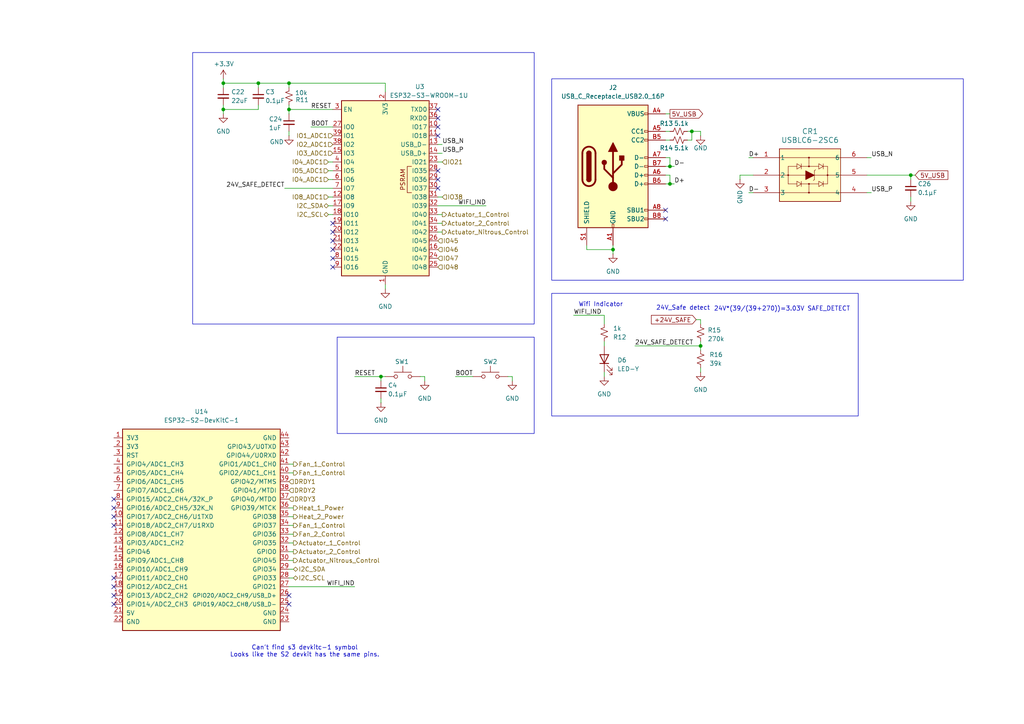
<source format=kicad_sch>
(kicad_sch (version 20250114) (generator "eeschema") (generator_version "9.0")
  (paper "A4")
  (lib_symbols
    (symbol "Connector:USB_C_Receptacle_USB2.0_16P" (pin_names (offset 1.016))
      (property "Reference" "J" (at 0 22.225 0))
      (property "Value" "USB_C_Receptacle_USB2.0_16P" (at 0 19.685 0))
      (symbol "USB_C_Receptacle_USB2.0_16P_0_0"
        (rectangle (start -0.254 -17.78) (end 0.254 -16.764))
        (rectangle (start 10.16 15.494) (end 9.144 14.986))
        (rectangle (start 10.16 10.414) (end 9.144 9.906))
        (rectangle (start 10.16 7.874) (end 9.144 7.366))
        (rectangle (start 10.16 2.794) (end 9.144 2.286))
        (rectangle (start 10.16 0.254) (end 9.144 -0.254))
        (rectangle (start 10.16 -2.286) (end 9.144 -2.794))
        (rectangle (start 10.16 -4.826) (end 9.144 -5.334))
        (rectangle (start 10.16 -12.446) (end 9.144 -12.954))
        (rectangle (start 10.16 -14.986) (end 9.144 -15.494))
      )
      (symbol "USB_C_Receptacle_USB2.0_16P_0_1"
        (rectangle (start -10.16 17.78) (end 10.16 -17.78) (stroke (width 0.254)) (fill (type background)))
        (polyline (pts (xy -8.89 -3.81) (xy -8.89 3.81)) (stroke (width 0.508)))
        (rectangle (start -7.62 -3.81) (end -6.35 3.81) (stroke (width 0.254)) (fill (type outline)))
        (arc (start -7.62 3.81) (mid -6.985 4.4423) (end -6.35 3.81) (stroke (width 0.254)))
        (arc (start -7.62 3.81) (mid -6.985 4.4423) (end -6.35 3.81) (stroke (width 0.254)) (fill (type outline)))
        (arc (start -8.89 3.81) (mid -6.985 5.7067) (end -5.08 3.81) (stroke (width 0.508)))
        (arc (start -5.08 -3.81) (mid -6.985 -5.7067) (end -8.89 -3.81) (stroke (width 0.508)))
        (arc (start -6.35 -3.81) (mid -6.985 -4.4423) (end -7.62 -3.81) (stroke (width 0.254)))
        (arc (start -6.35 -3.81) (mid -6.985 -4.4423) (end -7.62 -3.81) (stroke (width 0.254)) (fill (type outline)))
        (polyline (pts (xy -5.08 3.81) (xy -5.08 -3.81)) (stroke (width 0.508)))
        (circle (center -2.54 1.143) (radius 0.635) (stroke (width 0.254)) (fill (type outline)))
        (polyline (pts (xy -1.27 4.318) (xy 0 6.858) (xy 1.27 4.318) (xy -1.27 4.318)) (stroke (width 0.254)) (fill (type outline)))
        (polyline (pts (xy 0 -2.032) (xy 2.54 0.508) (xy 2.54 1.778)) (stroke (width 0.508)))
        (polyline (pts (xy 0 -3.302) (xy -2.54 -0.762) (xy -2.54 0.508)) (stroke (width 0.508)))
        (polyline (pts (xy 0 -5.842) (xy 0 4.318)) (stroke (width 0.508)))
        (circle (center 0 -5.842) (radius 1.27) (fill (type outline)))
        (rectangle (start 1.905 1.778) (end 3.175 3.048) (stroke (width 0.254)) (fill (type outline)))
      )
      (symbol "USB_C_Receptacle_USB2.0_16P_1_1"
        (pin passive line (at -7.62 -22.86 90) (length 5.08) (name "SHIELD") (number "S1"))
        (pin passive line (at 0 -22.86 90) (length 5.08) (name "GND") (number "A1"))
        (pin passive line (at 0 -22.86 90) (length 5.08) (hide yes) (name "GND") (number "A12"))
        (pin passive line (at 0 -22.86 90) (length 5.08) (hide yes) (name "GND") (number "B1"))
        (pin passive line (at 0 -22.86 90) (length 5.08) (hide yes) (name "GND") (number "B12"))
        (pin passive line (at 15.24 15.24 180) (length 5.08) (name "VBUS") (number "A4"))
        (pin passive line (at 15.24 15.24 180) (length 5.08) (hide yes) (name "VBUS") (number "A9"))
        (pin passive line (at 15.24 15.24 180) (length 5.08) (hide yes) (name "VBUS") (number "B4"))
        (pin passive line (at 15.24 15.24 180) (length 5.08) (hide yes) (name "VBUS") (number "B9"))
        (pin bidirectional line (at 15.24 10.16 180) (length 5.08) (name "CC1") (number "A5"))
        (pin bidirectional line (at 15.24 7.62 180) (length 5.08) (name "CC2") (number "B5"))
        (pin bidirectional line (at 15.24 2.54 180) (length 5.08) (name "D-") (number "A7"))
        (pin bidirectional line (at 15.24 0 180) (length 5.08) (name "D-") (number "B7"))
        (pin bidirectional line (at 15.24 -2.54 180) (length 5.08) (name "D+") (number "A6"))
        (pin bidirectional line (at 15.24 -5.08 180) (length 5.08) (name "D+") (number "B6"))
        (pin bidirectional line (at 15.24 -12.7 180) (length 5.08) (name "SBU1") (number "A8"))
        (pin bidirectional line (at 15.24 -15.24 180) (length 5.08) (name "SBU2") (number "B8"))
      )
    )
    (symbol "Device:C_Small" (pin_numbers (hide yes)) (pin_names (offset 0.254) (hide yes))
      (property "Reference" "C" (at 0.254 1.778 0))
      (property "Value" "C_Small" (at 0.254 -2.032 0))
      (symbol "C_Small_0_1"
        (polyline (pts (xy -1.524 0.508) (xy 1.524 0.508)) (stroke (width 0.3048)))
        (polyline (pts (xy -1.524 -0.508) (xy 1.524 -0.508)) (stroke (width 0.3302)))
      )
      (symbol "C_Small_1_1"
        (pin passive line (at 0 2.54 270) (length 2.032) (name "~") (number "1"))
        (pin passive line (at 0 -2.54 90) (length 2.032) (name "~") (number "2"))
      )
    )
    (symbol "Device:LED" (pin_numbers (hide yes)) (pin_names (offset 1.016) (hide yes))
      (property "Reference" "D" (at 0 2.54 0))
      (property "Value" "LED" (at 0 -2.54 0))
      (symbol "LED_0_1"
        (polyline (pts (xy -3.048 -0.762) (xy -4.572 -2.286) (xy -3.81 -2.286) (xy -4.572 -2.286) (xy -4.572 -1.524)))
        (polyline (pts (xy -1.778 -0.762) (xy -3.302 -2.286) (xy -2.54 -2.286) (xy -3.302 -2.286) (xy -3.302 -1.524)))
        (polyline (pts (xy -1.27 0) (xy 1.27 0)))
        (polyline (pts (xy -1.27 -1.27) (xy -1.27 1.27)) (stroke (width 0.254)))
        (polyline (pts (xy 1.27 -1.27) (xy 1.27 1.27) (xy -1.27 0) (xy 1.27 -1.27)) (stroke (width 0.254)))
      )
      (symbol "LED_1_1"
        (pin passive line (at -3.81 0 0) (length 2.54) (name "K") (number "1"))
        (pin passive line (at 3.81 0 180) (length 2.54) (name "A") (number "2"))
      )
    )
    (symbol "Device:R_Small_US" (pin_numbers (hide yes)) (pin_names (offset 0.254) (hide yes))
      (property "Reference" "R" (at 0.762 0.508 0))
      (property "Value" "R_Small_US" (at 0.762 -1.016 0))
      (symbol "R_Small_US_1_1"
        (polyline (pts (xy 0 1.524) (xy 1.016 1.143) (xy 0 0.762) (xy -1.016 0.381) (xy 0 0)))
        (polyline (pts (xy 0 0) (xy 1.016 -0.381) (xy 0 -0.762) (xy -1.016 -1.143) (xy 0 -1.524)))
        (pin passive line (at 0 2.54 270) (length 1.016) (name "~") (number "1"))
        (pin passive line (at 0 -2.54 90) (length 1.016) (name "~") (number "2"))
      )
    )
    (symbol "PCM_Espressif:ESP32-S2-DevKitC-1" (pin_names (offset 1.016))
      (property "Reference" "U" (at -22.86 33.02 0))
      (property "Value" "ESP32-S2-DevKitC-1" (at -22.86 30.48 0))
      (symbol "ESP32-S2-DevKitC-1_0_0"
        (pin power_in line (at -25.4 22.86 0) (length 2.54) (name "3V3") (number "2"))
        (pin input line (at -25.4 -7.62 0) (length 2.54) (name "GPIO46") (number "14"))
        (pin bidirectional line (at -25.4 -20.32 0) (length 2.54) (name "GPIO13/ADC2_CH2") (number "19"))
        (pin power_in line (at 25.4 25.4 180) (length 2.54) (name "GND") (number "44"))
        (pin bidirectional line (at 25.4 22.86 180) (length 2.54) (name "GPIO43/U0TXD") (number "43"))
        (pin bidirectional line (at 25.4 20.32 180) (length 2.54) (name "GPIO44/U0RXD") (number "42"))
        (pin bidirectional line (at 25.4 17.78 180) (length 2.54) (name "GPIO1/ADC1_CH0") (number "41"))
        (pin bidirectional line (at 25.4 15.24 180) (length 2.54) (name "GPIO2/ADC1_CH1") (number "40"))
        (pin bidirectional line (at 25.4 12.7 180) (length 2.54) (name "GPIO42/MTMS") (number "39"))
      )
      (symbol "ESP32-S2-DevKitC-1_0_1"
        (rectangle (start -22.86 27.94) (end 22.86 -30.48) (stroke (width 0.254)) (fill (type background)))
      )
      (symbol "ESP32-S2-DevKitC-1_1_1"
        (pin power_in line (at -25.4 25.4 0) (length 2.54) (name "3V3") (number "1"))
        (pin input line (at -25.4 20.32 0) (length 2.54) (name "RST") (number "3"))
        (pin bidirectional line (at -25.4 17.78 0) (length 2.54) (name "GPIO4/ADC1_CH3") (number "4"))
        (pin bidirectional line (at -25.4 15.24 0) (length 2.54) (name "GPIO5/ADC1_CH4") (number "5"))
        (pin bidirectional line (at -25.4 12.7 0) (length 2.54) (name "GPIO6/ADC1_CH5") (number "6"))
        (pin bidirectional line (at -25.4 10.16 0) (length 2.54) (name "GPIO7/ADC1_CH6") (number "7"))
        (pin bidirectional line (at -25.4 7.62 0) (length 2.54) (name "GPIO15/ADC2_CH4/32K_P") (number "8"))
        (pin bidirectional line (at -25.4 5.08 0) (length 2.54) (name "GPIO16/ADC2_CH5/32K_N") (number "9"))
        (pin bidirectional line (at -25.4 2.54 0) (length 2.54) (name "GPIO17/ADC2_CH6/U1TXD") (number "10"))
        (pin bidirectional line (at -25.4 0 0) (length 2.54) (name "GPIO18/ADC2_CH7/U1RXD") (number "11"))
        (pin bidirectional line (at -25.4 -2.54 0) (length 2.54) (name "GPIO8/ADC1_CH7") (number "12"))
        (pin bidirectional line (at -25.4 -5.08 0) (length 2.54) (name "GPIO3/ADC1_CH2") (number "13"))
        (pin bidirectional line (at -25.4 -10.16 0) (length 2.54) (name "GPIO9/ADC1_CH8") (number "15"))
        (pin bidirectional line (at -25.4 -12.7 0) (length 2.54) (name "GPIO10/ADC1_CH9") (number "16"))
        (pin bidirectional line (at -25.4 -15.24 0) (length 2.54) (name "GPIO11/ADC2_CH0") (number "17"))
        (pin bidirectional line (at -25.4 -17.78 0) (length 2.54) (name "GPIO12/ADC2_CH1") (number "18"))
        (pin bidirectional line (at -25.4 -22.86 0) (length 2.54) (name "GPIO14/ADC2_CH3") (number "20"))
        (pin power_in line (at -25.4 -25.4 0) (length 2.54) (name "5V") (number "21"))
        (pin power_in line (at -25.4 -27.94 0) (length 2.54) (name "GND") (number "22"))
        (pin bidirectional line (at 25.4 10.16 180) (length 2.54) (name "GPIO41/MTDI") (number "38"))
        (pin bidirectional line (at 25.4 7.62 180) (length 2.54) (name "GPIO40/MTDO") (number "37"))
        (pin bidirectional line (at 25.4 5.08 180) (length 2.54) (name "GPIO39/MTCK") (number "36"))
        (pin bidirectional line (at 25.4 2.54 180) (length 2.54) (name "GPIO38") (number "35"))
        (pin bidirectional line (at 25.4 0 180) (length 2.54) (name "GPIO37") (number "34"))
        (pin bidirectional line (at 25.4 -2.54 180) (length 2.54) (name "GPIO36") (number "33"))
        (pin bidirectional line (at 25.4 -5.08 180) (length 2.54) (name "GPIO35") (number "32"))
        (pin bidirectional line (at 25.4 -7.62 180) (length 2.54) (name "GPIO0") (number "31"))
        (pin bidirectional line (at 25.4 -10.16 180) (length 2.54) (name "GPIO45") (number "30"))
        (pin bidirectional line (at 25.4 -12.7 180) (length 2.54) (name "GPIO34") (number "29"))
        (pin bidirectional line (at 25.4 -15.24 180) (length 2.54) (name "GPIO33") (number "28"))
        (pin bidirectional line (at 25.4 -17.78 180) (length 2.54) (name "GPIO21") (number "27"))
        (pin bidirectional line (at 25.4 -20.32 180) (length 2.54) (name "GPIO20/ADC2_CH9/USB_D+") (number "26"))
        (pin bidirectional line (at 25.4 -22.86 180) (length 2.54) (name "GPIO19/ADC2_CH8/USB_D-") (number "25"))
        (pin power_in line (at 25.4 -25.4 180) (length 2.54) (name "GND") (number "24"))
        (pin power_in line (at 25.4 -27.94 180) (length 2.54) (name "GND") (number "23"))
      )
    )
    (symbol "RF_Module:ESP32-S3-WROOM-1"
      (property "Reference" "U" (at -12.7 26.67 0))
      (property "Value" "ESP32-S3-WROOM-1" (at 12.7 26.67 0))
      (symbol "ESP32-S3-WROOM-1_0_0"
        (rectangle (start -12.7 25.4) (end 12.7 -25.4) (stroke (width 0.254)) (fill (type background)))
        (text "PSRAM" (at 5.08 2.54 900) (effects (font (size 1.27 1.27))))
      )
      (symbol "ESP32-S3-WROOM-1_0_1"
        (polyline (pts (xy 7.62 -1.27) (xy 6.35 -1.27) (xy 6.35 6.35) (xy 7.62 6.35)))
      )
      (symbol "ESP32-S3-WROOM-1_1_1"
        (pin input line (at -15.24 22.86 0) (length 2.54) (name "EN") (number "3"))
        (pin bidirectional line (at -15.24 17.78 0) (length 2.54) (name "IO0") (number "27"))
        (pin bidirectional line (at -15.24 15.24 0) (length 2.54) (name "IO1") (number "39"))
        (pin bidirectional line (at -15.24 12.7 0) (length 2.54) (name "IO2") (number "38"))
        (pin bidirectional line (at -15.24 10.16 0) (length 2.54) (name "IO3") (number "15"))
        (pin bidirectional line (at -15.24 7.62 0) (length 2.54) (name "IO4") (number "4"))
        (pin bidirectional line (at -15.24 5.08 0) (length 2.54) (name "IO5") (number "5"))
        (pin bidirectional line (at -15.24 2.54 0) (length 2.54) (name "IO6") (number "6"))
        (pin bidirectional line (at -15.24 0 0) (length 2.54) (name "IO7") (number "7"))
        (pin bidirectional line (at -15.24 -2.54 0) (length 2.54) (name "IO8") (number "12"))
        (pin bidirectional line (at -15.24 -5.08 0) (length 2.54) (name "IO9") (number "17"))
        (pin bidirectional line (at -15.24 -7.62 0) (length 2.54) (name "IO10") (number "18"))
        (pin bidirectional line (at -15.24 -10.16 0) (length 2.54) (name "IO11") (number "19"))
        (pin bidirectional line (at -15.24 -12.7 0) (length 2.54) (name "IO12") (number "20"))
        (pin bidirectional line (at -15.24 -15.24 0) (length 2.54) (name "IO13") (number "21"))
        (pin bidirectional line (at -15.24 -17.78 0) (length 2.54) (name "IO14") (number "22"))
        (pin bidirectional line (at -15.24 -20.32 0) (length 2.54) (name "IO15") (number "8"))
        (pin bidirectional line (at -15.24 -22.86 0) (length 2.54) (name "IO16") (number "9"))
        (pin power_in line (at 0 27.94 270) (length 2.54) (name "3V3") (number "2"))
        (pin power_in line (at 0 -27.94 90) (length 2.54) (name "GND") (number "1"))
        (pin passive line (at 0 -27.94 90) (length 2.54) (hide yes) (name "GND") (number "40"))
        (pin passive line (at 0 -27.94 90) (length 2.54) (hide yes) (name "GND") (number "41"))
        (pin bidirectional line (at 15.24 22.86 180) (length 2.54) (name "TXD0") (number "37"))
        (pin bidirectional line (at 15.24 20.32 180) (length 2.54) (name "RXD0") (number "36"))
        (pin bidirectional line (at 15.24 17.78 180) (length 2.54) (name "IO17") (number "10"))
        (pin bidirectional line (at 15.24 15.24 180) (length 2.54) (name "IO18") (number "11"))
        (pin bidirectional line (at 15.24 12.7 180) (length 2.54) (name "USB_D-") (number "13"))
        (pin bidirectional line (at 15.24 10.16 180) (length 2.54) (name "USB_D+") (number "14"))
        (pin bidirectional line (at 15.24 7.62 180) (length 2.54) (name "IO21") (number "23"))
        (pin bidirectional line (at 15.24 5.08 180) (length 2.54) (name "IO35") (number "28"))
        (pin bidirectional line (at 15.24 2.54 180) (length 2.54) (name "IO36") (number "29"))
        (pin bidirectional line (at 15.24 0 180) (length 2.54) (name "IO37") (number "30"))
        (pin bidirectional line (at 15.24 -2.54 180) (length 2.54) (name "IO38") (number "31"))
        (pin bidirectional line (at 15.24 -5.08 180) (length 2.54) (name "IO39") (number "32"))
        (pin bidirectional line (at 15.24 -7.62 180) (length 2.54) (name "IO40") (number "33"))
        (pin bidirectional line (at 15.24 -10.16 180) (length 2.54) (name "IO41") (number "34"))
        (pin bidirectional line (at 15.24 -12.7 180) (length 2.54) (name "IO42") (number "35"))
        (pin bidirectional line (at 15.24 -15.24 180) (length 2.54) (name "IO45") (number "26"))
        (pin bidirectional line (at 15.24 -17.78 180) (length 2.54) (name "IO46") (number "16"))
        (pin bidirectional line (at 15.24 -20.32 180) (length 2.54) (name "IO47") (number "24"))
        (pin bidirectional line (at 15.24 -22.86 180) (length 2.54) (name "IO48") (number "25"))
      )
    )
    (symbol "Switch:SW_Push" (pin_numbers (hide yes)) (pin_names (offset 1.016) (hide yes))
      (property "Reference" "SW" (at 1.27 2.54 0))
      (property "Value" "SW_Push" (at 0 -1.524 0))
      (symbol "SW_Push_0_1"
        (circle (center -2.032 0) (radius 0.508))
        (polyline (pts (xy 0 1.27) (xy 0 3.048)))
        (circle (center 2.032 0) (radius 0.508))
        (polyline (pts (xy 2.54 1.27) (xy -2.54 1.27)))
        (pin passive line (at -5.08 0 0) (length 2.54) (name "1") (number "1"))
        (pin passive line (at 5.08 0 180) (length 2.54) (name "2") (number "2"))
      )
    )
    (symbol "USBLC6-2SC6:USBLC6-2SC6" (pin_names (offset 0.254))
      (property "Reference" "CR1" (at 16.51 7.62 0))
      (property "Value" "USBLC6-2SC6" (at 16.51 5.08 0))
      (symbol "USBLC6-2SC6_0_1"
        (polyline (pts (xy 7.62 2.54) (xy 7.62 -12.7)) (stroke (width 0.127)) (fill (type outline)))
        (polyline (pts (xy 7.62 0) (xy 25.4 0)) (stroke (width 0.127)))
        (polyline (pts (xy 7.62 -5.08) (xy 25.4 -5.08)) (stroke (width 0.127)))
        (polyline (pts (xy 7.62 -10.16) (xy 25.4 -10.16)) (stroke (width 0.127)))
        (polyline (pts (xy 7.62 -12.7) (xy 25.4 -12.7)) (stroke (width 0.127)) (fill (type outline)))
        (polyline (pts (xy 10.16 -2.54) (xy 10.16 -7.62)) (stroke (width 0.127)))
        (circle (center 10.16 -5.08) (radius 0.127) (stroke (width 0.254)))
        (polyline (pts (xy 10.16 -7.62) (xy 12.7 -7.62)) (stroke (width 0.127)))
        (polyline (pts (xy 12.7 -1.778) (xy 12.7 -3.302)) (stroke (width 0.127)))
        (polyline (pts (xy 12.7 -2.54) (xy 10.16 -2.54)) (stroke (width 0.127)))
        (polyline (pts (xy 12.7 -3.302) (xy 13.97 -2.54)) (stroke (width 0.127)))
        (polyline (pts (xy 12.7 -6.858) (xy 12.7 -8.382)) (stroke (width 0.127)))
        (polyline (pts (xy 12.7 -8.382) (xy 13.97 -7.62)) (stroke (width 0.127)))
        (polyline (pts (xy 13.97 -1.778) (xy 13.97 -3.302)) (stroke (width 0.127)))
        (polyline (pts (xy 13.97 -2.54) (xy 12.7 -1.778)) (stroke (width 0.127)))
        (polyline (pts (xy 13.97 -2.54) (xy 19.05 -2.54)) (stroke (width 0.127)))
        (polyline (pts (xy 13.97 -6.858) (xy 13.97 -8.382)) (stroke (width 0.127)))
        (polyline (pts (xy 13.97 -7.62) (xy 12.7 -6.858)) (stroke (width 0.127)))
        (polyline (pts (xy 13.97 -7.62) (xy 19.05 -7.62)) (stroke (width 0.127)))
        (polyline (pts (xy 15.24 -3.81) (xy 15.24 -6.35)) (stroke (width 0.127)))
        (polyline (pts (xy 15.24 -3.81) (xy 15.24 -6.35) (xy 17.78 -5.08)) (fill (type outline)))
        (polyline (pts (xy 15.24 -6.35) (xy 17.78 -5.08)) (stroke (width 0.127)))
        (circle (center 16.1925 0) (radius 0.127) (stroke (width 0.254)))
        (polyline (pts (xy 16.1925 -2.54) (xy 16.1925 0)) (stroke (width 0.127)))
        (circle (center 16.1925 -2.54) (radius 0.127) (stroke (width 0.254)))
        (polyline (pts (xy 16.1925 -7.62) (xy 16.1925 -10.16)) (stroke (width 0.127)))
        (circle (center 16.1925 -7.62) (radius 0.127) (stroke (width 0.254)))
        (circle (center 16.1925 -10.16) (radius 0.127) (stroke (width 0.254)))
        (polyline (pts (xy 17.78 -3.81) (xy 17.78 -6.35)) (stroke (width 0.127)))
        (polyline (pts (xy 17.78 -3.81) (xy 18.0975 -3.4925)) (stroke (width 0.127)))
        (polyline (pts (xy 17.78 -5.08) (xy 15.24 -3.81)) (stroke (width 0.127)))
        (polyline (pts (xy 17.78 -6.35) (xy 17.4625 -6.6675)) (stroke (width 0.127)))
        (polyline (pts (xy 19.05 -1.778) (xy 20.32 -2.54)) (stroke (width 0.127)))
        (polyline (pts (xy 19.05 -3.302) (xy 19.05 -1.778)) (stroke (width 0.127)))
        (polyline (pts (xy 19.05 -6.858) (xy 20.32 -7.62)) (stroke (width 0.127)))
        (polyline (pts (xy 19.05 -8.382) (xy 19.05 -6.858)) (stroke (width 0.127)))
        (polyline (pts (xy 20.32 -2.54) (xy 19.05 -3.302)) (stroke (width 0.127)))
        (polyline (pts (xy 20.32 -2.54) (xy 21.59 -2.54)) (stroke (width 0.127)))
        (polyline (pts (xy 20.32 -3.302) (xy 20.32 -1.778)) (stroke (width 0.127)))
        (polyline (pts (xy 20.32 -7.62) (xy 19.05 -8.382)) (stroke (width 0.127)))
        (polyline (pts (xy 20.32 -7.62) (xy 21.59 -7.62)) (stroke (width 0.127)))
        (polyline (pts (xy 20.32 -8.382) (xy 20.32 -6.858)) (stroke (width 0.127)))
        (circle (center 21.59 -5.08) (radius 0.127) (stroke (width 0.254)))
        (polyline (pts (xy 21.59 -7.62) (xy 21.59 -2.54)) (stroke (width 0.127)))
        (polyline (pts (xy 25.4 2.54) (xy 7.62 2.54)) (stroke (width 0.127)) (fill (type outline)))
        (polyline (pts (xy 25.4 -12.7) (xy 25.4 2.54)) (stroke (width 0.127)) (fill (type outline)))
        (pin unspecified line (at 0 0 0) (length 7.62) (name "1") (number "1"))
        (pin unspecified line (at 0 -5.08 0) (length 7.62) (name "2") (number "2"))
        (pin unspecified line (at 0 -10.16 0) (length 7.62) (name "3") (number "3"))
        (pin unspecified line (at 33.02 0 180) (length 7.62) (name "6") (number "6"))
        (pin unspecified line (at 33.02 -5.08 180) (length 7.62) (name "5") (number "5"))
        (pin unspecified line (at 33.02 -10.16 180) (length 7.62) (name "4") (number "4"))
      )
      (symbol "USBLC6-2SC6_1_1"
        (rectangle (start 7.62 2.54) (end 25.4 -12.7) (fill (type color) (color 255 255 194 1)))
      )
    )
    (symbol "power:+5V" (power) (pin_numbers (hide yes)) (pin_names (offset 0) (hide yes))
      (property "Value" "+5V" (at 0 3.556 0))
      (symbol "+5V_0_1"
        (polyline (pts (xy -0.762 1.27) (xy 0 2.54)))
        (polyline (pts (xy 0 2.54) (xy 0.762 1.27)))
        (polyline (pts (xy 0 0) (xy 0 2.54)))
      )
      (symbol "+5V_1_1"
        (pin power_in line (at 0 0 90) (length 0) (name "~") (number "1"))
      )
    )
    (symbol "power:GND" (power) (pin_numbers (hide yes)) (pin_names (offset 0) (hide yes))
      (property "Value" "GND" (at 0 -3.81 0))
      (symbol "GND_0_1"
        (polyline (pts (xy 0 0) (xy 0 -1.27) (xy 1.27 -1.27) (xy 0 -2.54) (xy -1.27 -1.27) (xy 0 -1.27)))
      )
      (symbol "GND_1_1"
        (pin power_in line (at 0 0 270) (length 0) (name "~") (number "1"))
      )
    )
  )
  (rectangle (start 55.88 15.24) (end 154.94 93.98))
  (rectangle (start 97.79 97.79) (end 154.94 125.73))
  (rectangle (start 160.02 85.09) (end 248.92 120.65))
  (rectangle (start 160.02 22.86) (end 279.4 81.28))
  (text "24V*(39/(39+270))=3.03V SAFE_DETECT" (at 226.822 89.662 0) (effects (font (size 1.27 1.27))))
  (text "Can't find s3 devkitc-1 symbol\nLooks like the S2 devkit has the same pins." (at 88.392 188.976 0) (effects (font (size 1.27 1.27) (thickness 0.1588))))
  (text "24V_Safe detect" (at 198.12 89.408 0) (effects (font (size 1.27 1.27))))
  (text "Wifi Indicator" (at 174.244 88.392 0) (effects (font (size 1.27 1.27))))
  (junction (at 64.77 31.75))
  (junction (at 200.66 38.1))
  (junction (at 194.31 53.34))
  (junction (at 64.77 24.13))
  (junction (at 74.93 24.13))
  (junction (at 194.31 48.26))
  (junction (at 83.82 31.75))
  (junction (at 83.82 24.13))
  (junction (at 264.16 50.8))
  (junction (at 177.8 72.39))
  (junction (at 110.49 109.22))
  (junction (at 203.2 100.33))
  (no_connect (at 33.02 147.32))
  (no_connect (at 127 31.75))
  (no_connect (at 96.52 64.77))
  (no_connect (at 193.04 60.96))
  (no_connect (at 33.02 152.4))
  (no_connect (at 96.52 74.93))
  (no_connect (at 33.02 170.18))
  (no_connect (at 96.52 67.31))
  (no_connect (at 33.02 172.72))
  (no_connect (at 83.82 175.26))
  (no_connect (at 33.02 175.26))
  (no_connect (at 96.52 72.39))
  (no_connect (at 193.04 63.5))
  (no_connect (at 127 49.53))
  (no_connect (at 127 34.29))
  (no_connect (at 96.52 77.47))
  (no_connect (at 127 36.83))
  (no_connect (at 33.02 149.86))
  (no_connect (at 33.02 144.78))
  (no_connect (at 83.82 172.72))
  (no_connect (at 96.52 69.85))
  (no_connect (at 127 39.37))
  (no_connect (at 127 54.61))
  (no_connect (at 33.02 167.64))
  (no_connect (at 127 52.07))
  (wire (pts (xy 82.55 54.61) (xy 96.52 54.61)))
  (wire (pts (xy 203.2 107.95) (xy 203.2 106.68)))
  (wire (pts (xy 85.09 154.94) (xy 83.82 154.94)))
  (wire (pts (xy 265.43 50.8) (xy 264.16 50.8)))
  (wire (pts (xy 90.17 36.83) (xy 96.52 36.83)))
  (wire (pts (xy 127 57.15) (xy 128.27 57.15)))
  (wire (pts (xy 95.25 49.53) (xy 96.52 49.53)))
  (wire (pts (xy 127 44.45) (xy 128.27 44.45)))
  (wire (pts (xy 127 64.77) (xy 128.27 64.77)))
  (wire (pts (xy 175.26 99.06) (xy 175.26 100.33)))
  (wire (pts (xy 177.8 72.39) (xy 177.8 73.66)))
  (wire (pts (xy 83.82 170.18) (xy 102.87 170.18)))
  (wire (pts (xy 217.17 45.72) (xy 218.44 45.72)))
  (wire (pts (xy 83.82 165.1) (xy 85.09 165.1)))
  (wire (pts (xy 83.82 31.75) (xy 96.52 31.75)))
  (wire (pts (xy 201.93 92.71) (xy 203.2 92.71)))
  (wire (pts (xy 64.77 25.4) (xy 64.77 24.13)))
  (wire (pts (xy 95.25 46.99) (xy 96.52 46.99)))
  (wire (pts (xy 147.32 109.22) (xy 148.59 109.22)))
  (wire (pts (xy 203.2 101.6) (xy 203.2 100.33)))
  (wire (pts (xy 148.59 109.22) (xy 148.59 110.49)))
  (wire (pts (xy 85.09 152.4) (xy 83.82 152.4)))
  (wire (pts (xy 74.93 30.48) (xy 74.93 31.75)))
  (wire (pts (xy 83.82 157.48) (xy 85.09 157.48)))
  (wire (pts (xy 200.66 40.64) (xy 199.39 40.64)))
  (wire (pts (xy 175.26 107.95) (xy 175.26 109.22)))
  (wire (pts (xy 95.25 62.23) (xy 96.52 62.23)))
  (wire (pts (xy 85.09 147.32) (xy 83.82 147.32)))
  (wire (pts (xy 217.17 55.88) (xy 218.44 55.88)))
  (wire (pts (xy 175.26 91.44) (xy 166.37 91.44)))
  (wire (pts (xy 214.63 50.8) (xy 218.44 50.8)))
  (wire (pts (xy 203.2 92.71) (xy 203.2 93.98)))
  (wire (pts (xy 64.77 30.48) (xy 64.77 31.75)))
  (wire (pts (xy 110.49 109.22) (xy 111.76 109.22)))
  (wire (pts (xy 83.82 167.64) (xy 85.09 167.64)))
  (wire (pts (xy 64.77 31.75) (xy 74.93 31.75)))
  (wire (pts (xy 83.82 25.4) (xy 83.82 24.13)))
  (wire (pts (xy 83.82 31.75) (xy 83.82 33.02)))
  (wire (pts (xy 251.46 50.8) (xy 264.16 50.8)))
  (wire (pts (xy 170.18 71.12) (xy 170.18 72.39)))
  (wire (pts (xy 194.31 45.72) (xy 194.31 48.26)))
  (wire (pts (xy 177.8 71.12) (xy 177.8 72.39)))
  (wire (pts (xy 83.82 38.1) (xy 83.82 39.37)))
  (wire (pts (xy 193.04 50.8) (xy 194.31 50.8)))
  (wire (pts (xy 194.31 48.26) (xy 195.58 48.26)))
  (wire (pts (xy 64.77 22.86) (xy 64.77 24.13)))
  (wire (pts (xy 203.2 39.37) (xy 203.2 38.1)))
  (wire (pts (xy 123.19 109.22) (xy 123.19 110.49)))
  (wire (pts (xy 95.25 59.69) (xy 96.52 59.69)))
  (wire (pts (xy 83.82 24.13) (xy 111.76 24.13)))
  (wire (pts (xy 83.82 160.02) (xy 85.09 160.02)))
  (wire (pts (xy 193.04 33.02) (xy 194.31 33.02)))
  (wire (pts (xy 203.2 38.1) (xy 200.66 38.1)))
  (wire (pts (xy 193.04 40.64) (xy 194.31 40.64)))
  (wire (pts (xy 264.16 50.8) (xy 264.16 52.07)))
  (wire (pts (xy 175.26 91.44) (xy 175.26 93.98)))
  (wire (pts (xy 193.04 48.26) (xy 194.31 48.26)))
  (wire (pts (xy 184.15 100.33) (xy 203.2 100.33)))
  (wire (pts (xy 193.04 45.72) (xy 194.31 45.72)))
  (wire (pts (xy 110.49 115.57) (xy 110.49 116.84)))
  (wire (pts (xy 85.09 137.16) (xy 83.82 137.16)))
  (wire (pts (xy 251.46 55.88) (xy 252.73 55.88)))
  (wire (pts (xy 200.66 38.1) (xy 200.66 40.64)))
  (wire (pts (xy 74.93 24.13) (xy 74.93 25.4)))
  (wire (pts (xy 127 59.69) (xy 140.97 59.69)))
  (wire (pts (xy 111.76 24.13) (xy 111.76 26.67)))
  (wire (pts (xy 127 62.23) (xy 128.27 62.23)))
  (wire (pts (xy 83.82 162.56) (xy 85.09 162.56)))
  (wire (pts (xy 170.18 72.39) (xy 177.8 72.39)))
  (wire (pts (xy 85.09 149.86) (xy 83.82 149.86)))
  (wire (pts (xy 194.31 53.34) (xy 195.58 53.34)))
  (wire (pts (xy 64.77 24.13) (xy 74.93 24.13)))
  (wire (pts (xy 95.25 57.15) (xy 96.52 57.15)))
  (wire (pts (xy 193.04 38.1) (xy 194.31 38.1)))
  (wire (pts (xy 74.93 24.13) (xy 83.82 24.13)))
  (wire (pts (xy 121.92 109.22) (xy 123.19 109.22)))
  (wire (pts (xy 132.08 109.22) (xy 137.16 109.22)))
  (wire (pts (xy 110.49 109.22) (xy 110.49 110.49)))
  (wire (pts (xy 199.39 38.1) (xy 200.66 38.1)))
  (wire (pts (xy 214.63 52.07) (xy 214.63 50.8)))
  (wire (pts (xy 83.82 30.48) (xy 83.82 31.75)))
  (wire (pts (xy 127 46.99) (xy 128.27 46.99)))
  (wire (pts (xy 85.09 134.62) (xy 83.82 134.62)))
  (wire (pts (xy 193.04 53.34) (xy 194.31 53.34)))
  (wire (pts (xy 111.76 82.55) (xy 111.76 83.82)))
  (wire (pts (xy 264.16 57.15) (xy 264.16 58.42)))
  (wire (pts (xy 203.2 99.06) (xy 203.2 100.33)))
  (wire (pts (xy 127 41.91) (xy 128.27 41.91)))
  (wire (pts (xy 194.31 50.8) (xy 194.31 53.34)))
  (wire (pts (xy 64.77 31.75) (xy 64.77 33.02)))
  (wire (pts (xy 127 67.31) (xy 128.27 67.31)))
  (wire (pts (xy 102.87 109.22) (xy 110.49 109.22)))
  (wire (pts (xy 95.25 52.07) (xy 96.52 52.07)))
  (wire (pts (xy 251.46 45.72) (xy 252.73 45.72)))
  (label "USB_N" (at 252.73 45.72 0))
  (label "D+" (at 195.58 53.34 0))
  (label "USB_N" (at 128.27 41.91 0))
  (label "RESET" (at 90.17 31.75 0))
  (label "WIFI_IND" (at 102.87 170.18 180))
  (label "D-" (at 195.58 48.26 0))
  (label "RESET" (at 102.87 109.22 0))
  (label "24V_SAFE_DETECT" (at 82.55 54.61 180))
  (label "WIFI_IND" (at 140.97 59.69 180))
  (label "WIFI_IND" (at 166.37 91.44 0))
  (label "BOOT" (at 90.17 36.83 0))
  (label "USB_P" (at 128.27 44.45 0))
  (label "D-" (at 217.17 55.88 0))
  (label "24V_SAFE_DETECT" (at 184.15 100.33 0))
  (label "D+" (at 217.17 45.72 0))
  (label "USB_P" (at 252.73 55.88 0))
  (label "BOOT" (at 132.08 109.22 0))
  (global_label "5V_USB" (shape output) (at 194.31 33.02 0) (property "Intersheetrefs" "${INTERSHEET_REFS}" (effects (hide yes))))
  (global_label "+24V_SAFE" (shape input) (at 201.93 92.71 180) (property "Intersheetrefs" "${INTERSHEET_REFS}" (effects (hide yes))))
  (global_label "5V_USB" (shape input) (at 265.43 50.8 0) (property "Intersheetrefs" "${INTERSHEET_REFS}" (effects (hide yes))))
  (hierarchical_label "Actuator_1_Control" (shape output) (at 128.27 62.23 0))
  (hierarchical_label "Actuator_2_Control" (shape output) (at 85.09 160.02 0))
  (hierarchical_label "Fan_1_Control" (shape output) (at 85.09 137.16 0))
  (hierarchical_label "Actuator_1_Control" (shape output) (at 85.09 157.48 0))
  (hierarchical_label "I2C_SCL" (shape bidirectional) (at 95.25 62.23 180))
  (hierarchical_label "IO45" (shape input) (at 127 69.85 0))
  (hierarchical_label "DRDY2" (shape input) (at 83.82 142.24 0))
  (hierarchical_label "IO8_ADC1" (shape input) (at 95.25 57.15 180))
  (hierarchical_label "IO4_ADC1" (shape input) (at 95.25 52.07 180))
  (hierarchical_label "Heat_1_Power" (shape output) (at 85.09 147.32 0))
  (hierarchical_label "IO38" (shape input) (at 128.27 57.15 0))
  (hierarchical_label "IO46" (shape input) (at 127 72.39 0))
  (hierarchical_label "IO4_ADC1" (shape input) (at 95.25 46.99 180))
  (hierarchical_label "Heat_2_Power" (shape output) (at 85.09 149.86 0))
  (hierarchical_label "IO1_ADC1" (shape input) (at 96.52 39.37 180))
  (hierarchical_label "Actuator_2_Control" (shape output) (at 128.27 64.77 0))
  (hierarchical_label "IO21" (shape input) (at 128.27 46.99 0))
  (hierarchical_label "Fan_2_Control" (shape output) (at 85.09 154.94 0))
  (hierarchical_label "Actuator_Nitrous_Control" (shape output) (at 85.09 162.56 0))
  (hierarchical_label "IO47" (shape input) (at 127 74.93 0))
  (hierarchical_label "I2C_SCL" (shape bidirectional) (at 85.09 167.64 0))
  (hierarchical_label "IO3_ADC1" (shape input) (at 96.52 44.45 180))
  (hierarchical_label "Fan_1_Control" (shape output) (at 85.09 152.4 0) (effects (font (thickness 0.1588))))
  (hierarchical_label "IO5_ADC1" (shape input) (at 95.25 49.53 180))
  (hierarchical_label "DRDY1" (shape input) (at 83.82 139.7 0))
  (hierarchical_label "I2C_SDA" (shape bidirectional) (at 85.09 165.1 0))
  (hierarchical_label "Fan_1_Control" (shape output) (at 85.09 134.62 0))
  (hierarchical_label "Actuator_Nitrous_Control" (shape output) (at 128.27 67.31 0))
  (hierarchical_label "I2C_SDA" (shape bidirectional) (at 95.25 59.69 180))
  (hierarchical_label "IO2_ADC1" (shape input) (at 96.52 41.91 180))
  (hierarchical_label "DRDY3" (shape input) (at 83.82 144.78 0))
  (hierarchical_label "IO48" (shape input) (at 127 77.47 0))
  (symbol (lib_id "Device:C_Small") (at 264.16 54.61 0) (unit 1)
    (property "Reference" "C26" (at 266.192 53.34 0) (effects (justify left)))
    (property "Value" "0.1μF" (at 266.192 55.88 0) (effects (justify left)))
    (property "Footprint" "Capacitor_SMD:C_0402_1005Metric" (effects (hide yes)))
    (property "Description" "Unpolarized capacitor, small symbol" (effects (hide yes)))
    (property "MPN" "CL05B104KO5NNNC" (effects (hide yes)))
    (property "LCSC" "C307331" (effects (hide yes)))
  )
  (symbol (lib_id "power:GND") (at 203.2 39.37 0) (unit 1)
    (property "Reference" "#PWR018" (effects (hide yes)))
    (property "Value" "GND" (at 203.2 42.926 0))
    (property "Description" "Power symbol creates a global label with name \"GND\" , ground" (effects (hide yes)))
  )
  (symbol (lib_id "PCM_Espressif:ESP32-S2-DevKitC-1") (at 58.42 152.4 0) (unit 1)
    (property "Reference" "U14" (at 58.42 119.38 0))
    (property "Value" "ESP32-S2-DevKitC-1" (at 58.42 121.92 0))
    (property "Footprint" "PCM_Espressif:ESP32-S2-DevKitC-1" (effects (hide yes)))
    (property "Datasheet" "https://docs.espressif.com/projects/esp-idf/en/latest/esp32s2/hw-reference/esp32s2/user-guide-s2-devkitc-1.html" (effects (hide yes)))
    (property "Description" "ESP32-S2-DevKitC-1" (effects (hide yes)))
  )
  (symbol (lib_id "Switch:SW_Push") (at 116.84 109.22 0) (unit 1)
    (property "Reference" "SW1" (at 116.586 104.902 0))
    (property "Value" "USAKRO UK-B0227-G4.3-B-250" (effects (hide yes)))
    (property "Footprint" "Button_Switch_SMD:SW_Tactile_SPST_NO_Straight_CK_PTS636Sx25SMTRLFS" (effects (hide yes)))
    (property "Description" "Push button switch, generic, two pins" (effects (hide yes)))
    (property "LCSC" "C556661" (effects (hide yes)))
  )
  (symbol (lib_id "power:GND") (at 64.77 33.02 0) (unit 1)
    (property "Reference" "#PWR012" (effects (hide yes)))
    (property "Value" "GND" (at 64.77 38.1 0))
    (property "Description" "Power symbol creates a global label with name \"GND\" , ground" (effects (hide yes)))
  )
  (symbol (lib_id "Device:C_Small") (at 74.93 27.94 0) (unit 1)
    (property "Reference" "C3" (at 76.962 26.67 0) (effects (justify left)))
    (property "Value" "0.1μF" (at 76.962 29.21 0) (effects (justify left)))
    (property "Footprint" "Capacitor_SMD:C_0402_1005Metric" (effects (hide yes)))
    (property "Description" "Unpolarized capacitor, small symbol" (effects (hide yes)))
    (property "MPN" "CL05B104KO5NNNC" (effects (hide yes)))
    (property "LCSC" "C307331" (effects (hide yes)))
  )
  (symbol (lib_id "Device:R_Small_US") (at 83.82 27.94 0) (mirror x) (unit 1)
    (property "Reference" "R11" (at 87.63 28.956 0))
    (property "Value" "10k" (at 87.376 26.924 0))
    (property "Footprint" "Resistor_SMD:R_0402_1005Metric" (effects (hide yes)))
    (property "Description" "Resistor, small US symbol" (effects (hide yes)))
  )
  (symbol (lib_id "Device:LED") (at 175.26 104.14 90) (unit 1)
    (property "Reference" "D6" (at 179.07 104.4574 90) (effects (justify right)))
    (property "Value" "LED-Y" (at 179.07 106.9974 90) (effects (justify right)))
    (property "Footprint" "LED_SMD:LED_0805_2012Metric" (effects (hide yes)))
    (property "Description" "Light emitting diode" (effects (hide yes)))
    (property "Sim.Pins" "1=K 2=A" (effects (hide yes)))
    (property "LCSC" "C2296" (effects (hide yes)))
  )
  (symbol (lib_id "power:GND") (at 264.16 58.42 0) (unit 1)
    (property "Reference" "#PWR020" (effects (hide yes)))
    (property "Value" "GND" (at 264.16 63.5 0))
    (property "Description" "Power symbol creates a global label with name \"GND\" , ground" (effects (hide yes)))
  )
  (symbol (lib_id "Connector:USB_C_Receptacle_USB2.0_16P") (at 177.8 48.26 0) (unit 1)
    (property "Reference" "J2" (at 177.8 25.4 0))
    (property "Value" "USB_C_Receptacle_USB2.0_16P" (at 177.8 27.94 0))
    (property "Footprint" "Connector_USB:USB_C_Receptacle_G-Switch_GT-USB-7051x" (effects (hide yes)))
    (property "Datasheet" "https://www.usb.org/sites/default/files/documents/usb_type-c.zip" (effects (hide yes)))
    (property "Description" "USB 2.0-only 16P Type-C Receptacle connector" (effects (hide yes)))
    (property "LCSC" "C2843970" (effects (hide yes)))
  )
  (symbol (lib_id "Device:R_Small_US") (at 203.2 104.14 0) (unit 1)
    (property "Reference" "R16" (at 205.74 102.8699 0) (effects (justify left)))
    (property "Value" "39k" (at 205.74 105.4099 0) (effects (justify left)))
    (property "Footprint" "Resistor_SMD:R_0402_1005Metric" (effects (hide yes)))
    (property "Description" "Resistor, small US symbol" (effects (hide yes)))
  )
  (symbol (lib_id "Device:R_Small_US") (at 196.85 40.64 90) (unit 1)
    (property "Reference" "R14" (at 193.294 42.926 90))
    (property "Value" "5.1k" (at 197.612 42.926 90))
    (property "Footprint" "Resistor_SMD:R_0402_1005Metric" (effects (hide yes)))
    (property "Description" "Resistor, small US symbol" (effects (hide yes)))
  )
  (symbol (lib_id "power:GND") (at 83.82 39.37 0) (unit 1)
    (property "Reference" "#PWR013" (effects (hide yes)))
    (property "Value" "GND" (at 80.264 41.148 0))
    (property "Description" "Power symbol creates a global label with name \"GND\" , ground" (effects (hide yes)))
  )
  (symbol (lib_id "Device:C_Small") (at 83.82 35.56 0) (unit 1)
    (property "Reference" "C24" (at 77.978 34.544 0) (effects (justify left)))
    (property "Value" "1uF" (at 77.978 37.084 0) (effects (justify left)))
    (property "Footprint" "Capacitor_SMD:C_0603_1608Metric" (effects (hide yes)))
    (property "Description" "Unpolarized capacitor, small symbol" (effects (hide yes)))
    (property "Dielectric" "X5R or X7R" (effects (hide yes)))
    (property "LCSC" "C29936" (effects (hide yes)))
  )
  (symbol (lib_id "power:GND") (at 175.26 109.22 0) (unit 1)
    (property "Reference" "#PWR0103" (effects (hide yes)))
    (property "Value" "GND" (at 175.26 114.3 0))
    (property "Description" "Power symbol creates a global label with name \"GND\" , ground" (effects (hide yes)))
  )
  (symbol (lib_id "Device:R_Small_US") (at 203.2 96.52 0) (unit 1)
    (property "Reference" "R15" (at 205.232 95.758 0) (effects (justify left)))
    (property "Value" "270k" (at 205.232 98.298 0) (effects (justify left)))
    (property "Footprint" "Resistor_SMD:R_0402_1005Metric" (effects (hide yes)))
    (property "Description" "Resistor, small US symbol" (effects (hide yes)))
  )
  (symbol (lib_id "power:GND") (at 177.8 73.66 0) (unit 1)
    (property "Reference" "#PWR017" (effects (hide yes)))
    (property "Value" "GND" (at 177.8 78.74 0))
    (property "Description" "Power symbol creates a global label with name \"GND\" , ground" (effects (hide yes)))
  )
  (symbol (lib_id "power:GND") (at 214.63 52.07 0) (unit 1)
    (property "Reference" "#PWR019" (effects (hide yes)))
    (property "Value" "GND" (at 214.63 57.15 90))
    (property "Description" "Power symbol creates a global label with name \"GND\" , ground" (effects (hide yes)))
  )
  (symbol (lib_id "Device:C_Small") (at 110.49 113.03 0) (unit 1)
    (property "Reference" "C4" (at 112.522 111.76 0) (effects (justify left)))
    (property "Value" "0.1μF" (at 112.522 114.3 0) (effects (justify left)))
    (property "Footprint" "Capacitor_SMD:C_0402_1005Metric" (effects (hide yes)))
    (property "Description" "Unpolarized capacitor, small symbol" (effects (hide yes)))
    (property "MPN" "CL05B104KO5NNNC" (effects (hide yes)))
    (property "LCSC" "C307331" (effects (hide yes)))
  )
  (symbol (lib_id "power:+5V") (at 64.77 22.86 0) (unit 1)
    (property "Reference" "#PWR0104" (effects (hide yes)))
    (property "Value" "+3.3V" (at 61.976 18.542 0) (effects (justify left)))
    (property "Description" "Power symbol creates a global label with name \"+5V\"" (effects (hide yes)))
  )
  (symbol (lib_id "Device:C_Small") (at 64.77 27.94 0) (unit 1)
    (property "Reference" "C22" (at 67.056 26.67 0) (effects (justify left)))
    (property "Value" "22uF" (at 67.056 29.21 0) (effects (justify left)))
    (property "Footprint" "Capacitor_SMD:C_0805_2012Metric" (effects (hide yes)))
    (property "Description" "Unpolarized capacitor, small symbol" (effects (hide yes)))
    (property "Dielectric" "X5R or X7R" (effects (hide yes)))
    (property "LCSC" "C602037" (effects (hide yes)))
  )
  (symbol (lib_id "RF_Module:ESP32-S3-WROOM-1") (at 111.76 54.61 0) (unit 1)
    (property "Reference" "U3" (at 120.396 25.146 0) (effects (justify left)))
    (property "Value" "ESP32-S3-WROOM-1U" (at 113.03 27.686 0) (effects (justify left)))
    (property "Footprint" "RF_Module:ESP32-S3-WROOM-1U" (effects (hide yes)))
    (property "Datasheet" "https://www.espressif.com/sites/default/files/documentation/esp32-s3-wroom-1_wroom-1u_datasheet_en.pdf" (effects (hide yes)))
    (property "Description" "RF Module, ESP32-S3 SoC, Wi-Fi 802.11b/g/n, Bluetooth, BLE, 32-bit, 3.3V, SMD" (effects (hide yes)))
    (property "LCSC" "C3013946" (effects (hide yes)))
  )
  (symbol (lib_id "Switch:SW_Push") (at 142.24 109.22 0) (unit 1)
    (property "Reference" "SW2" (at 142.24 104.902 0))
    (property "Value" "USAKRO UK-B0227-G4.3-B-250" (effects (hide yes)))
    (property "Footprint" "Button_Switch_SMD:SW_Tactile_SPST_NO_Straight_CK_PTS636Sx25SMTRLFS" (effects (hide yes)))
    (property "Description" "Push button switch, generic, two pins" (effects (hide yes)))
    (property "LCSC" "C556661" (effects (hide yes)))
  )
  (symbol (lib_id "Device:R_Small_US") (at 175.26 96.52 0) (mirror x) (unit 1)
    (property "Reference" "R12" (at 177.8 97.7901 0) (effects (justify left)))
    (property "Value" "1k" (at 177.8 95.2501 0) (effects (justify left)))
    (property "Footprint" "Resistor_SMD:R_0402_1005Metric" (effects (hide yes)))
    (property "Description" "Resistor, small US symbol" (effects (hide yes)))
  )
  (symbol (lib_id "power:GND") (at 111.76 83.82 0) (unit 1)
    (property "Reference" "#PWR0105" (effects (hide yes)))
    (property "Value" "GND" (at 111.76 88.9 0))
    (property "Description" "Power symbol creates a global label with name \"GND\" , ground" (effects (hide yes)))
  )
  (symbol (lib_id "power:GND") (at 110.49 116.84 0) (unit 1)
    (property "Reference" "#PWR014" (effects (hide yes)))
    (property "Value" "GND" (at 110.49 121.92 0))
    (property "Description" "Power symbol creates a global label with name \"GND\" , ground" (effects (hide yes)))
  )
  (symbol (lib_id "power:GND") (at 148.59 110.49 0) (unit 1)
    (property "Reference" "#PWR016" (effects (hide yes)))
    (property "Value" "GND" (at 148.59 115.57 0))
    (property "Description" "Power symbol creates a global label with name \"GND\" , ground" (effects (hide yes)))
  )
  (symbol (lib_id "USBLC6-2SC6:USBLC6-2SC6") (at 218.44 45.72 0) (unit 1)
    (property "Reference" "CR1" (at 234.95 38.1 0) (effects (font (size 1.524 1.524))))
    (property "Value" "USBLC6-2SC6" (at 234.95 40.64 0) (effects (font (size 1.524 1.524))))
    (property "Footprint" "Package_TO_SOT_SMD:SOT-23-6" (effects (hide yes)))
    (property "Datasheet" "https://www.st.com/resource/en/datasheet/usblc6-2.pdf" (effects (hide yes)))
    (property "LCSC" "C7519" (effects (hide yes)))
  )
  (symbol (lib_id "power:GND") (at 203.2 107.95 0) (unit 1)
    (property "Reference" "#PWR0106" (effects (hide yes)))
    (property "Value" "GND" (at 203.2 113.03 0))
    (property "Description" "Power symbol creates a global label with name \"GND\" , ground" (effects (hide yes)))
  )
  (symbol (lib_id "Device:R_Small_US") (at 196.85 38.1 90) (unit 1)
    (property "Reference" "R13" (at 193.294 35.814 90))
    (property "Value" "5.1k" (at 197.612 35.814 90))
    (property "Footprint" "Resistor_SMD:R_0402_1005Metric" (effects (hide yes)))
    (property "Description" "Resistor, small US symbol" (effects (hide yes)))
  )
  (symbol (lib_id "power:GND") (at 123.19 110.49 0) (unit 1)
    (property "Reference" "#PWR015" (effects (hide yes)))
    (property "Value" "GND" (at 123.19 115.57 0))
    (property "Description" "Power symbol creates a global label with name \"GND\" , ground" (effects (hide yes)))
  )
)
</source>
